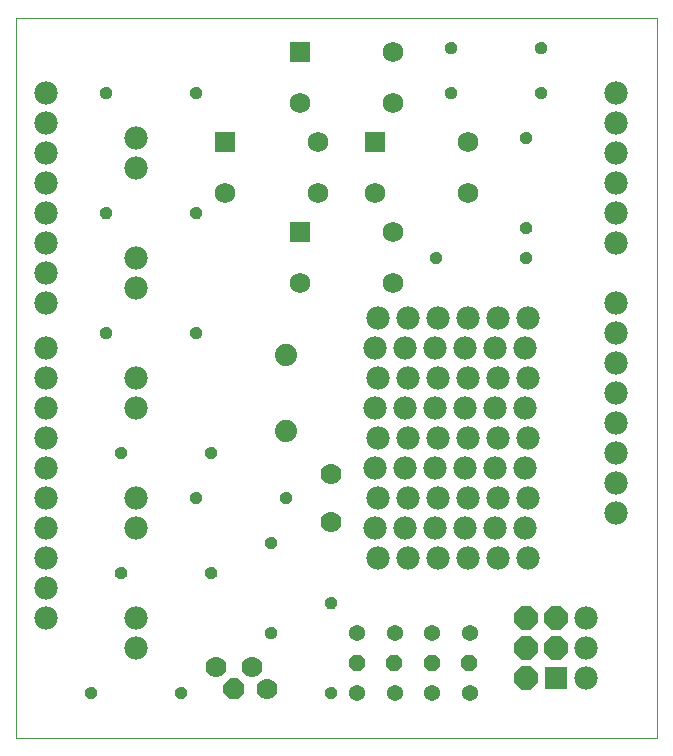
<source format=gts>
G75*
%MOIN*%
%OFA0B0*%
%FSLAX24Y24*%
%IPPOS*%
%LPD*%
%AMOC8*
5,1,8,0,0,1.08239X$1,22.5*
%
%ADD10C,0.0000*%
%ADD11C,0.0780*%
%ADD12C,0.0050*%
%ADD13C,0.0740*%
%ADD14R,0.0690X0.0690*%
%ADD15C,0.0690*%
%ADD16OC8,0.0540*%
%ADD17C,0.0540*%
%ADD18C,0.0700*%
%ADD19R,0.0780X0.0780*%
%ADD20OC8,0.0780*%
%ADD21OC8,0.0700*%
D10*
X010333Y007000D02*
X010333Y030996D01*
X031703Y030996D01*
X031703Y007000D01*
X010333Y007000D01*
D11*
X014333Y010000D03*
X014333Y011000D03*
X011333Y011000D03*
X011333Y012000D03*
X011333Y013000D03*
X011333Y014000D03*
X011333Y015000D03*
X011333Y016000D03*
X011333Y017000D03*
X011333Y018000D03*
X011333Y019000D03*
X011333Y020000D03*
X011333Y021500D03*
X011333Y022500D03*
X011333Y023500D03*
X011333Y024500D03*
X011333Y025500D03*
X011333Y026500D03*
X011333Y027500D03*
X011333Y028500D03*
X014333Y027000D03*
X014333Y026000D03*
X014333Y023000D03*
X014333Y022000D03*
X014333Y019000D03*
X014333Y018000D03*
X014333Y015000D03*
X014333Y014000D03*
X022283Y014000D03*
X023283Y014000D03*
X024283Y014000D03*
X025283Y014000D03*
X026283Y014000D03*
X027283Y014000D03*
X027383Y015000D03*
X026383Y015000D03*
X025383Y015000D03*
X024383Y015000D03*
X023383Y015000D03*
X022383Y015000D03*
X022283Y016000D03*
X023283Y016000D03*
X024283Y016000D03*
X025283Y016000D03*
X026283Y016000D03*
X027283Y016000D03*
X027383Y017000D03*
X026383Y017000D03*
X025383Y017000D03*
X024383Y017000D03*
X023383Y017000D03*
X022383Y017000D03*
X022283Y018000D03*
X023283Y018000D03*
X024283Y018000D03*
X025283Y018000D03*
X026283Y018000D03*
X027283Y018000D03*
X027383Y019000D03*
X026383Y019000D03*
X025383Y019000D03*
X024383Y019000D03*
X023383Y019000D03*
X022383Y019000D03*
X022283Y020000D03*
X023283Y020000D03*
X024283Y020000D03*
X025283Y020000D03*
X026283Y020000D03*
X027283Y020000D03*
X027383Y021000D03*
X026383Y021000D03*
X025383Y021000D03*
X024383Y021000D03*
X023383Y021000D03*
X022383Y021000D03*
X030333Y020500D03*
X030333Y019500D03*
X030333Y018500D03*
X030333Y017500D03*
X030333Y016500D03*
X030333Y015500D03*
X030333Y014500D03*
X027383Y013000D03*
X026383Y013000D03*
X025383Y013000D03*
X024383Y013000D03*
X023383Y013000D03*
X022383Y013000D03*
X029333Y011000D03*
X029333Y010000D03*
X029333Y009000D03*
X030333Y021500D03*
X030333Y023500D03*
X030333Y024500D03*
X030333Y025500D03*
X030333Y026500D03*
X030333Y027500D03*
X030333Y028500D03*
D12*
X028010Y028499D02*
X028006Y028461D01*
X027993Y028424D01*
X027972Y028392D01*
X027944Y028365D01*
X027911Y028344D01*
X027875Y028332D01*
X027836Y028328D01*
X027798Y028331D01*
X027762Y028343D01*
X027729Y028363D01*
X027701Y028389D01*
X027680Y028421D01*
X027991Y028421D01*
X028007Y028470D02*
X027665Y028470D01*
X027666Y028457D02*
X027661Y028495D01*
X027665Y028535D01*
X027677Y028573D01*
X027698Y028608D01*
X027725Y028637D01*
X027759Y028659D01*
X027796Y028673D01*
X027836Y028679D01*
X027876Y028674D01*
X027913Y028660D01*
X027946Y028639D01*
X027974Y028610D01*
X027994Y028576D01*
X028007Y028538D01*
X028010Y028499D01*
X028008Y028518D02*
X027663Y028518D01*
X027675Y028567D02*
X027997Y028567D01*
X027969Y028615D02*
X027705Y028615D01*
X027771Y028664D02*
X027903Y028664D01*
X027952Y028373D02*
X027719Y028373D01*
X027680Y028421D02*
X027666Y028457D01*
X027365Y027171D02*
X027404Y027159D01*
X027438Y027139D01*
X027467Y027111D01*
X027490Y027077D01*
X027504Y027040D01*
X027509Y027000D01*
X027504Y026961D01*
X027490Y026924D01*
X027469Y026890D01*
X027440Y026863D01*
X027406Y026842D01*
X027369Y026830D01*
X027329Y026826D01*
X027291Y026831D01*
X027255Y026844D01*
X027222Y026865D01*
X027195Y026892D01*
X027175Y026925D01*
X027162Y026962D01*
X027158Y027000D01*
X027162Y027038D01*
X027174Y027075D01*
X027193Y027107D01*
X027220Y027135D01*
X027252Y027156D01*
X027287Y027170D01*
X027325Y027175D01*
X027365Y027171D01*
X027401Y027160D02*
X027262Y027160D01*
X027197Y027112D02*
X027467Y027112D01*
X027495Y027063D02*
X027170Y027063D01*
X027160Y027015D02*
X027507Y027015D01*
X027505Y026966D02*
X027162Y026966D01*
X027179Y026918D02*
X027487Y026918D01*
X027447Y026869D02*
X027218Y026869D01*
X024969Y028389D02*
X024941Y028362D01*
X024908Y028341D01*
X024872Y028329D01*
X024833Y028325D01*
X024795Y028328D01*
X024759Y028340D01*
X024726Y028360D01*
X024698Y028386D01*
X024677Y028418D01*
X024664Y028454D01*
X024658Y028492D01*
X024662Y028532D01*
X024674Y028570D01*
X024695Y028605D01*
X024722Y028634D01*
X024756Y028656D01*
X024794Y028670D01*
X024833Y028676D01*
X024873Y028671D01*
X024910Y028657D01*
X024943Y028636D01*
X024971Y028607D01*
X024991Y028573D01*
X025004Y028535D01*
X025007Y028496D01*
X025003Y028458D01*
X024990Y028421D01*
X024969Y028389D01*
X024952Y028373D02*
X024712Y028373D01*
X024676Y028421D02*
X024989Y028421D01*
X025004Y028470D02*
X024661Y028470D01*
X024661Y028518D02*
X025005Y028518D01*
X024993Y028567D02*
X024673Y028567D01*
X024704Y028615D02*
X024963Y028615D01*
X024892Y028664D02*
X024775Y028664D01*
X024833Y029825D02*
X024872Y029829D01*
X024908Y029841D01*
X024941Y029862D01*
X024969Y029889D01*
X024990Y029921D01*
X025003Y029958D01*
X025007Y029996D01*
X025004Y030035D01*
X024991Y030073D01*
X024971Y030107D01*
X024943Y030136D01*
X024910Y030157D01*
X024873Y030171D01*
X024833Y030176D01*
X024794Y030170D01*
X024756Y030156D01*
X024722Y030134D01*
X024695Y030105D01*
X024674Y030070D01*
X024992Y030070D01*
X025005Y030022D02*
X024661Y030022D01*
X024662Y030032D02*
X024674Y030070D01*
X024662Y030032D02*
X024658Y029992D01*
X024664Y029954D01*
X024677Y029918D01*
X024698Y029886D01*
X024726Y029860D01*
X024759Y029840D01*
X024795Y029828D01*
X024833Y029825D01*
X024859Y029828D02*
X024804Y029828D01*
X024709Y029876D02*
X024956Y029876D01*
X024991Y029925D02*
X024675Y029925D01*
X024661Y029973D02*
X025005Y029973D01*
X024959Y030119D02*
X024708Y030119D01*
X024785Y030167D02*
X024883Y030167D01*
X027661Y029995D02*
X027665Y030035D01*
X027677Y030073D01*
X027698Y030108D01*
X027725Y030137D01*
X027759Y030159D01*
X027796Y030173D01*
X027836Y030179D01*
X027876Y030174D01*
X027913Y030160D01*
X027946Y030139D01*
X027974Y030110D01*
X027994Y030076D01*
X028007Y030038D01*
X028010Y029999D01*
X028006Y029961D01*
X027993Y029924D01*
X027972Y029892D01*
X027944Y029865D01*
X027911Y029844D01*
X027875Y029832D01*
X027836Y029828D01*
X027798Y029831D01*
X027762Y029843D01*
X027729Y029863D01*
X027701Y029889D01*
X027680Y029921D01*
X027666Y029957D01*
X027661Y029995D01*
X027664Y029973D02*
X028007Y029973D01*
X028008Y030022D02*
X027664Y030022D01*
X027676Y030070D02*
X027996Y030070D01*
X027965Y030119D02*
X027708Y030119D01*
X027780Y030167D02*
X027894Y030167D01*
X027993Y029925D02*
X027679Y029925D01*
X027715Y029876D02*
X027956Y029876D01*
X027368Y024169D02*
X027407Y024156D01*
X027441Y024136D01*
X027470Y024108D01*
X027493Y024074D01*
X027507Y024037D01*
X027512Y023997D01*
X027507Y023958D01*
X027493Y023921D01*
X027472Y023887D01*
X027443Y023860D01*
X027409Y023839D01*
X027372Y023827D01*
X027332Y023823D01*
X027294Y023828D01*
X027258Y023841D01*
X027225Y023862D01*
X027446Y023862D01*
X027487Y023911D02*
X027185Y023911D01*
X027178Y023922D02*
X027165Y023959D01*
X027507Y023959D01*
X027511Y024008D02*
X027162Y024008D01*
X027161Y023997D02*
X027165Y023959D01*
X027161Y023997D02*
X027165Y024035D01*
X027177Y024072D01*
X027196Y024105D01*
X027473Y024105D01*
X027500Y024056D02*
X027172Y024056D01*
X027196Y024105D02*
X027223Y024132D01*
X027255Y024153D01*
X027290Y024167D01*
X027328Y024172D01*
X027368Y024169D01*
X027412Y024153D02*
X027254Y024153D01*
X027178Y023922D02*
X027198Y023889D01*
X027225Y023862D01*
X027336Y023179D02*
X027376Y023174D01*
X027413Y023160D01*
X027446Y023139D01*
X027474Y023110D01*
X027494Y023076D01*
X027507Y023038D01*
X027166Y023038D01*
X027165Y023035D02*
X027177Y023073D01*
X027198Y023108D01*
X027225Y023137D01*
X027259Y023159D01*
X027296Y023173D01*
X027336Y023179D01*
X027223Y023135D02*
X027450Y023135D01*
X027488Y023086D02*
X027185Y023086D01*
X027165Y023035D02*
X027161Y022995D01*
X027166Y022957D01*
X027180Y022921D01*
X027201Y022889D01*
X027229Y022863D01*
X027262Y022843D01*
X027298Y022831D01*
X027336Y022828D01*
X027375Y022832D01*
X027411Y022844D01*
X027444Y022865D01*
X027472Y022892D01*
X027199Y022892D01*
X027173Y022941D02*
X027498Y022941D01*
X027493Y022924D02*
X027472Y022892D01*
X027493Y022924D02*
X027506Y022961D01*
X027510Y022999D01*
X027507Y023038D01*
X027509Y022989D02*
X027162Y022989D01*
X027261Y022844D02*
X027409Y022844D01*
X024507Y022996D02*
X024503Y022958D01*
X024490Y022921D01*
X024469Y022889D01*
X024441Y022862D01*
X024408Y022841D01*
X024372Y022829D01*
X024333Y022825D01*
X024295Y022828D01*
X024259Y022840D01*
X024226Y022860D01*
X024198Y022886D01*
X024177Y022918D01*
X024164Y022954D01*
X024158Y022992D01*
X024162Y023032D01*
X024174Y023070D01*
X024195Y023105D01*
X024222Y023134D01*
X024256Y023156D01*
X024294Y023170D01*
X024333Y023176D01*
X024373Y023171D01*
X024410Y023157D01*
X024443Y023136D01*
X024471Y023107D01*
X024491Y023073D01*
X024504Y023035D01*
X024507Y022996D01*
X024506Y022989D02*
X024159Y022989D01*
X024164Y023038D02*
X024503Y023038D01*
X024483Y023086D02*
X024184Y023086D01*
X024223Y023135D02*
X024444Y023135D01*
X024497Y022941D02*
X024169Y022941D01*
X024194Y022892D02*
X024471Y022892D01*
X024412Y022844D02*
X024253Y022844D01*
X016506Y024461D02*
X016493Y024424D01*
X016472Y024392D01*
X016444Y024365D01*
X016411Y024344D01*
X016375Y024332D01*
X016336Y024328D01*
X016298Y024331D01*
X016262Y024343D01*
X016229Y024363D01*
X016201Y024389D01*
X016180Y024421D01*
X016166Y024457D01*
X016161Y024495D01*
X016165Y024535D01*
X016177Y024573D01*
X016198Y024608D01*
X016225Y024637D01*
X016259Y024659D01*
X016296Y024673D01*
X016336Y024679D01*
X016376Y024674D01*
X016413Y024660D01*
X016446Y024639D01*
X016474Y024610D01*
X016494Y024576D01*
X016507Y024538D01*
X016510Y024499D01*
X016506Y024461D01*
X016500Y024444D02*
X016171Y024444D01*
X016162Y024493D02*
X016510Y024493D01*
X016506Y024541D02*
X016167Y024541D01*
X016187Y024590D02*
X016486Y024590D01*
X016446Y024638D02*
X016227Y024638D01*
X016197Y024396D02*
X016474Y024396D01*
X016416Y024347D02*
X016255Y024347D01*
X013507Y024496D02*
X013503Y024458D01*
X013490Y024421D01*
X013469Y024389D01*
X013441Y024362D01*
X013408Y024341D01*
X013372Y024329D01*
X013333Y024325D01*
X013295Y024328D01*
X013259Y024340D01*
X013226Y024360D01*
X013198Y024386D01*
X013177Y024418D01*
X013164Y024454D01*
X013158Y024492D01*
X013162Y024532D01*
X013174Y024570D01*
X013195Y024605D01*
X013222Y024634D01*
X013256Y024656D01*
X013294Y024670D01*
X013333Y024676D01*
X013373Y024671D01*
X013410Y024657D01*
X013443Y024636D01*
X013471Y024607D01*
X013491Y024573D01*
X013504Y024535D01*
X013507Y024496D01*
X013507Y024493D02*
X013158Y024493D01*
X013165Y024541D02*
X013502Y024541D01*
X013481Y024590D02*
X013186Y024590D01*
X013229Y024638D02*
X013439Y024638D01*
X013498Y024444D02*
X013167Y024444D01*
X013192Y024396D02*
X013473Y024396D01*
X013418Y024347D02*
X013247Y024347D01*
X013333Y020676D02*
X013294Y020670D01*
X013256Y020656D01*
X013222Y020634D01*
X013195Y020605D01*
X013174Y020570D01*
X013162Y020532D01*
X013158Y020492D01*
X013164Y020454D01*
X013177Y020418D01*
X013198Y020386D01*
X013226Y020360D01*
X013259Y020340D01*
X013295Y020328D01*
X013333Y020325D01*
X013372Y020329D01*
X013408Y020341D01*
X013441Y020362D01*
X013469Y020389D01*
X013490Y020421D01*
X013503Y020458D01*
X013507Y020496D01*
X013504Y020535D01*
X013491Y020573D01*
X013471Y020607D01*
X013443Y020636D01*
X013410Y020657D01*
X013373Y020671D01*
X013333Y020676D01*
X013269Y020661D02*
X013399Y020661D01*
X013465Y020613D02*
X013202Y020613D01*
X013172Y020564D02*
X013494Y020564D01*
X013505Y020516D02*
X013160Y020516D01*
X013162Y020467D02*
X013504Y020467D01*
X013488Y020419D02*
X013177Y020419D01*
X013215Y020370D02*
X013450Y020370D01*
X016161Y020495D02*
X016165Y020535D01*
X016177Y020573D01*
X016198Y020608D01*
X016225Y020637D01*
X016259Y020659D01*
X016296Y020673D01*
X016336Y020679D01*
X016376Y020674D01*
X016413Y020660D01*
X016446Y020639D01*
X016474Y020610D01*
X016494Y020576D01*
X016507Y020538D01*
X016510Y020499D01*
X016506Y020461D01*
X016493Y020424D01*
X016472Y020392D01*
X016444Y020365D01*
X016411Y020344D01*
X016375Y020332D01*
X016336Y020328D01*
X016298Y020331D01*
X016262Y020343D01*
X016229Y020363D01*
X016201Y020389D01*
X016180Y020421D01*
X016166Y020457D01*
X016161Y020495D01*
X016163Y020516D02*
X016509Y020516D01*
X016506Y020467D02*
X016165Y020467D01*
X016182Y020419D02*
X016489Y020419D01*
X016450Y020370D02*
X016221Y020370D01*
X016174Y020564D02*
X016498Y020564D01*
X016471Y020613D02*
X016202Y020613D01*
X016264Y020661D02*
X016410Y020661D01*
X016836Y016679D02*
X016876Y016674D01*
X016913Y016660D01*
X016946Y016639D01*
X016974Y016610D01*
X016994Y016576D01*
X017007Y016538D01*
X017010Y016499D01*
X017006Y016461D01*
X016993Y016424D01*
X016972Y016392D01*
X016944Y016365D01*
X016911Y016344D01*
X016875Y016332D01*
X016836Y016328D01*
X016798Y016331D01*
X016762Y016343D01*
X016729Y016363D01*
X016701Y016389D01*
X016680Y016421D01*
X016666Y016457D01*
X016661Y016495D01*
X016665Y016535D01*
X016677Y016573D01*
X016698Y016608D01*
X016725Y016637D01*
X016759Y016659D01*
X016796Y016673D01*
X016836Y016679D01*
X016724Y016636D02*
X016949Y016636D01*
X016987Y016587D02*
X016685Y016587D01*
X016666Y016539D02*
X017006Y016539D01*
X017009Y016490D02*
X016662Y016490D01*
X016672Y016442D02*
X016999Y016442D01*
X016973Y016393D02*
X016699Y016393D01*
X016759Y016345D02*
X016912Y016345D01*
X016405Y015157D02*
X016438Y015137D01*
X016466Y015111D01*
X016487Y015079D01*
X016500Y015043D01*
X016505Y015005D01*
X016502Y014965D01*
X016490Y014927D01*
X016469Y014892D01*
X016441Y014863D01*
X016408Y014841D01*
X016252Y014841D01*
X016254Y014840D02*
X016221Y014861D01*
X016193Y014890D01*
X016173Y014924D01*
X016160Y014962D01*
X016156Y015001D01*
X016161Y015039D01*
X016174Y015076D01*
X016195Y015108D01*
X016222Y015135D01*
X016255Y015156D01*
X016292Y015168D01*
X016330Y015172D01*
X016368Y015169D01*
X016405Y015157D01*
X016443Y015132D02*
X016219Y015132D01*
X016179Y015084D02*
X016484Y015084D01*
X016501Y015035D02*
X016160Y015035D01*
X016158Y014987D02*
X016504Y014987D01*
X016493Y014938D02*
X016168Y014938D01*
X016194Y014890D02*
X016467Y014890D01*
X016408Y014841D02*
X016370Y014827D01*
X016330Y014821D01*
X016291Y014826D01*
X016254Y014840D01*
X013969Y016389D02*
X013941Y016362D01*
X013908Y016341D01*
X013872Y016329D01*
X013833Y016325D01*
X013795Y016328D01*
X013759Y016340D01*
X013726Y016360D01*
X013698Y016386D01*
X013677Y016418D01*
X013664Y016454D01*
X013658Y016492D01*
X013662Y016532D01*
X013674Y016570D01*
X013695Y016605D01*
X013722Y016634D01*
X013756Y016656D01*
X013794Y016670D01*
X013833Y016676D01*
X013873Y016671D01*
X013910Y016657D01*
X013943Y016636D01*
X013725Y016636D01*
X013684Y016587D02*
X013983Y016587D01*
X013991Y016573D02*
X014004Y016535D01*
X014007Y016496D01*
X014003Y016458D01*
X013990Y016421D01*
X013969Y016389D01*
X013972Y016393D02*
X013694Y016393D01*
X013668Y016442D02*
X013997Y016442D01*
X014007Y016490D02*
X013659Y016490D01*
X013664Y016539D02*
X014003Y016539D01*
X013991Y016573D02*
X013971Y016607D01*
X013943Y016636D01*
X013913Y016345D02*
X013751Y016345D01*
X013833Y012676D02*
X013873Y012671D01*
X013910Y012657D01*
X013943Y012636D01*
X013971Y012607D01*
X013991Y012573D01*
X014004Y012535D01*
X014007Y012496D01*
X014003Y012458D01*
X013990Y012421D01*
X013969Y012389D01*
X013941Y012362D01*
X013908Y012341D01*
X013872Y012329D01*
X013833Y012325D01*
X013795Y012328D01*
X013759Y012340D01*
X013726Y012360D01*
X013698Y012386D01*
X013677Y012418D01*
X013664Y012454D01*
X013658Y012492D01*
X013662Y012532D01*
X013674Y012570D01*
X013695Y012605D01*
X013722Y012634D01*
X013756Y012656D01*
X013794Y012670D01*
X013833Y012676D01*
X013762Y012659D02*
X013906Y012659D01*
X013968Y012610D02*
X013700Y012610D01*
X013671Y012562D02*
X013995Y012562D01*
X014006Y012513D02*
X013660Y012513D01*
X013662Y012465D02*
X014003Y012465D01*
X013986Y012416D02*
X013678Y012416D01*
X013718Y012368D02*
X013947Y012368D01*
X016661Y012495D02*
X016665Y012535D01*
X016677Y012573D01*
X016698Y012608D01*
X016725Y012637D01*
X016759Y012659D01*
X016796Y012673D01*
X016836Y012679D01*
X016876Y012674D01*
X016913Y012660D01*
X016946Y012639D01*
X016974Y012610D01*
X016994Y012576D01*
X017007Y012538D01*
X017010Y012499D01*
X017006Y012461D01*
X016993Y012424D01*
X016972Y012392D01*
X016944Y012365D01*
X016911Y012344D01*
X016875Y012332D01*
X016836Y012328D01*
X016798Y012331D01*
X016762Y012343D01*
X016729Y012363D01*
X016701Y012389D01*
X016680Y012421D01*
X016666Y012457D01*
X016661Y012495D01*
X016663Y012513D02*
X017009Y012513D01*
X017006Y012465D02*
X016665Y012465D01*
X016683Y012416D02*
X016987Y012416D01*
X016947Y012368D02*
X016724Y012368D01*
X016673Y012562D02*
X016999Y012562D01*
X016974Y012610D02*
X016700Y012610D01*
X016758Y012659D02*
X016915Y012659D01*
X018675Y013425D02*
X018662Y013462D01*
X018658Y013500D01*
X018662Y013538D01*
X018674Y013575D01*
X018693Y013607D01*
X018720Y013635D01*
X018752Y013656D01*
X018787Y013670D01*
X018825Y013675D01*
X018865Y013671D01*
X018904Y013659D01*
X018938Y013639D01*
X018967Y013611D01*
X018990Y013577D01*
X019004Y013540D01*
X019009Y013500D01*
X019004Y013461D01*
X018990Y013424D01*
X018969Y013390D01*
X018940Y013363D01*
X018906Y013342D01*
X018869Y013330D01*
X018829Y013326D01*
X018791Y013331D01*
X018755Y013344D01*
X018722Y013365D01*
X018695Y013392D01*
X018675Y013425D01*
X018672Y013435D02*
X018995Y013435D01*
X019007Y013483D02*
X018660Y013483D01*
X018661Y013532D02*
X019005Y013532D01*
X018988Y013580D02*
X018677Y013580D01*
X018713Y013629D02*
X018949Y013629D01*
X018964Y013386D02*
X018701Y013386D01*
X018772Y013338D02*
X018892Y013338D01*
X019294Y014829D02*
X019257Y014843D01*
X019224Y014864D01*
X019196Y014893D01*
X019176Y014927D01*
X019163Y014965D01*
X019159Y015004D01*
X019164Y015042D01*
X019177Y015079D01*
X019198Y015111D01*
X019225Y015138D01*
X019258Y015159D01*
X019295Y015171D01*
X019333Y015175D01*
X019371Y015172D01*
X019408Y015160D01*
X019441Y015140D01*
X019469Y015114D01*
X019490Y015082D01*
X019503Y015046D01*
X019508Y015008D01*
X019505Y014968D01*
X019493Y014930D01*
X019472Y014895D01*
X019444Y014866D01*
X019411Y014844D01*
X019373Y014830D01*
X019333Y014824D01*
X019294Y014829D01*
X019262Y014841D02*
X019404Y014841D01*
X019467Y014890D02*
X019199Y014890D01*
X019172Y014938D02*
X019495Y014938D01*
X019506Y014987D02*
X019161Y014987D01*
X019163Y015035D02*
X019505Y015035D01*
X019488Y015084D02*
X019180Y015084D01*
X019219Y015132D02*
X019449Y015132D01*
X020787Y011670D02*
X020752Y011656D01*
X020720Y011635D01*
X020693Y011607D01*
X020674Y011575D01*
X020662Y011538D01*
X020658Y011500D01*
X020662Y011462D01*
X020675Y011425D01*
X020695Y011392D01*
X020722Y011365D01*
X020755Y011344D01*
X020791Y011331D01*
X020829Y011326D01*
X020869Y011330D01*
X020906Y011342D01*
X020940Y011363D01*
X020969Y011390D01*
X020990Y011424D01*
X021004Y011461D01*
X021009Y011500D01*
X021004Y011540D01*
X020990Y011577D01*
X020967Y011611D01*
X020938Y011639D01*
X020904Y011659D01*
X020865Y011671D01*
X020825Y011675D01*
X020787Y011670D01*
X020727Y011640D02*
X020936Y011640D01*
X020980Y011592D02*
X020684Y011592D01*
X020663Y011543D02*
X021003Y011543D01*
X021009Y011495D02*
X020659Y011495D01*
X020668Y011446D02*
X020999Y011446D01*
X020974Y011398D02*
X020692Y011398D01*
X020746Y011349D02*
X020918Y011349D01*
X018993Y010574D02*
X019007Y010537D01*
X019012Y010497D01*
X019007Y010458D01*
X018993Y010421D01*
X018972Y010387D01*
X018943Y010360D01*
X018909Y010339D01*
X018872Y010327D01*
X018832Y010323D01*
X018794Y010328D01*
X018758Y010341D01*
X018725Y010362D01*
X018698Y010389D01*
X018678Y010422D01*
X018665Y010459D01*
X018661Y010497D01*
X018665Y010535D01*
X018677Y010572D01*
X018696Y010605D01*
X018723Y010632D01*
X018755Y010653D01*
X018790Y010667D01*
X018828Y010672D01*
X018868Y010669D01*
X018907Y010656D01*
X018941Y010636D01*
X018970Y010608D01*
X018993Y010574D01*
X018993Y010573D02*
X018677Y010573D01*
X018664Y010525D02*
X019009Y010525D01*
X019010Y010476D02*
X018664Y010476D01*
X018676Y010428D02*
X018996Y010428D01*
X018963Y010379D02*
X018708Y010379D01*
X018786Y010331D02*
X018883Y010331D01*
X018956Y010622D02*
X018712Y010622D01*
X018814Y010670D02*
X018851Y010670D01*
X020723Y008632D02*
X020755Y008653D01*
X020790Y008667D01*
X020828Y008672D01*
X020868Y008669D01*
X020907Y008656D01*
X020941Y008636D01*
X020970Y008608D01*
X020993Y008574D01*
X021007Y008537D01*
X021012Y008497D01*
X021007Y008458D01*
X020993Y008421D01*
X020972Y008387D01*
X020943Y008360D01*
X020909Y008339D01*
X020872Y008327D01*
X020832Y008323D01*
X020794Y008328D01*
X020758Y008341D01*
X020725Y008362D01*
X020698Y008389D01*
X020678Y008422D01*
X020665Y008459D01*
X020661Y008497D01*
X020665Y008535D01*
X020677Y008572D01*
X020696Y008605D01*
X020723Y008632D01*
X020724Y008633D02*
X020944Y008633D01*
X020986Y008585D02*
X020684Y008585D01*
X020665Y008536D02*
X021007Y008536D01*
X021011Y008488D02*
X020662Y008488D01*
X020672Y008439D02*
X021000Y008439D01*
X020974Y008391D02*
X020697Y008391D01*
X020756Y008342D02*
X020914Y008342D01*
X016010Y008499D02*
X016006Y008461D01*
X015993Y008424D01*
X015972Y008392D01*
X015944Y008365D01*
X015911Y008344D01*
X015875Y008332D01*
X015836Y008328D01*
X015798Y008331D01*
X015762Y008343D01*
X015729Y008363D01*
X015701Y008389D01*
X015680Y008421D01*
X015666Y008457D01*
X015661Y008495D01*
X015665Y008535D01*
X015677Y008573D01*
X015698Y008608D01*
X015725Y008637D01*
X015759Y008659D01*
X015796Y008673D01*
X015836Y008679D01*
X015876Y008674D01*
X015913Y008660D01*
X015946Y008639D01*
X015974Y008610D01*
X015994Y008576D01*
X016007Y008538D01*
X016010Y008499D01*
X016009Y008488D02*
X015662Y008488D01*
X015665Y008536D02*
X016007Y008536D01*
X015989Y008585D02*
X015684Y008585D01*
X015722Y008633D02*
X015951Y008633D01*
X015998Y008439D02*
X015673Y008439D01*
X015700Y008391D02*
X015970Y008391D01*
X015904Y008342D02*
X015765Y008342D01*
X013007Y008496D02*
X013003Y008458D01*
X012990Y008421D01*
X012969Y008389D01*
X012941Y008362D01*
X012908Y008341D01*
X012872Y008329D01*
X012833Y008325D01*
X012795Y008328D01*
X012759Y008340D01*
X012726Y008360D01*
X012698Y008386D01*
X012677Y008418D01*
X012664Y008454D01*
X012658Y008492D01*
X012662Y008532D01*
X012674Y008570D01*
X012695Y008605D01*
X012722Y008634D01*
X012756Y008656D01*
X012794Y008670D01*
X012833Y008676D01*
X012873Y008671D01*
X012910Y008657D01*
X012943Y008636D01*
X012971Y008607D01*
X012991Y008573D01*
X013004Y008535D01*
X013007Y008496D01*
X013006Y008488D02*
X012659Y008488D01*
X012663Y008536D02*
X013003Y008536D01*
X012984Y008585D02*
X012683Y008585D01*
X012721Y008633D02*
X012945Y008633D01*
X012996Y008439D02*
X012669Y008439D01*
X012695Y008391D02*
X012970Y008391D01*
X012909Y008342D02*
X012756Y008342D01*
X013333Y028325D02*
X013295Y028328D01*
X013259Y028340D01*
X013226Y028360D01*
X013198Y028386D01*
X013177Y028418D01*
X013164Y028454D01*
X013158Y028492D01*
X013162Y028532D01*
X013174Y028570D01*
X013195Y028605D01*
X013222Y028634D01*
X013256Y028656D01*
X013294Y028670D01*
X013333Y028676D01*
X013373Y028671D01*
X013410Y028657D01*
X013443Y028636D01*
X013471Y028607D01*
X013491Y028573D01*
X013504Y028535D01*
X013507Y028496D01*
X013503Y028458D01*
X013490Y028421D01*
X013469Y028389D01*
X013441Y028362D01*
X013408Y028341D01*
X013372Y028329D01*
X013333Y028325D01*
X013452Y028373D02*
X013212Y028373D01*
X013176Y028421D02*
X013489Y028421D01*
X013504Y028470D02*
X013161Y028470D01*
X013161Y028518D02*
X013505Y028518D01*
X013493Y028567D02*
X013173Y028567D01*
X013204Y028615D02*
X013463Y028615D01*
X013392Y028664D02*
X013275Y028664D01*
X016161Y028495D02*
X016165Y028535D01*
X016177Y028573D01*
X016198Y028608D01*
X016225Y028637D01*
X016259Y028659D01*
X016296Y028673D01*
X016336Y028679D01*
X016376Y028674D01*
X016413Y028660D01*
X016446Y028639D01*
X016474Y028610D01*
X016494Y028576D01*
X016507Y028538D01*
X016510Y028499D01*
X016506Y028461D01*
X016493Y028424D01*
X016472Y028392D01*
X016444Y028365D01*
X016411Y028344D01*
X016375Y028332D01*
X016336Y028328D01*
X016298Y028331D01*
X016262Y028343D01*
X016229Y028363D01*
X016201Y028389D01*
X016180Y028421D01*
X016491Y028421D01*
X016507Y028470D02*
X016165Y028470D01*
X016166Y028457D02*
X016161Y028495D01*
X016163Y028518D02*
X016508Y028518D01*
X016497Y028567D02*
X016175Y028567D01*
X016205Y028615D02*
X016469Y028615D01*
X016403Y028664D02*
X016271Y028664D01*
X016166Y028457D02*
X016180Y028421D01*
X016219Y028373D02*
X016452Y028373D01*
D13*
X019333Y019780D03*
X019333Y017220D03*
D14*
X019783Y023850D03*
X017283Y026850D03*
X019783Y029850D03*
X022283Y026850D03*
D15*
X022883Y028150D03*
X022883Y029850D03*
X019783Y028150D03*
X020383Y026850D03*
X020383Y025150D03*
X022283Y025150D03*
X022883Y023850D03*
X022883Y022150D03*
X019783Y022150D03*
X017283Y025150D03*
X025383Y025150D03*
X025383Y026850D03*
D16*
X025433Y009500D03*
X024203Y009500D03*
X022933Y009500D03*
X021703Y009500D03*
D17*
X021703Y008500D03*
X022963Y008500D03*
X024203Y008500D03*
X025463Y008500D03*
X025463Y010500D03*
X024203Y010500D03*
X022963Y010500D03*
X021703Y010500D03*
D18*
X018683Y008619D03*
X018183Y009381D03*
X016983Y009381D03*
X020833Y014213D03*
X020833Y015787D03*
D19*
X028333Y009000D03*
D20*
X027333Y009000D03*
X027333Y010000D03*
X028333Y010000D03*
X028333Y011000D03*
X027333Y011000D03*
D21*
X017583Y008619D03*
M02*

</source>
